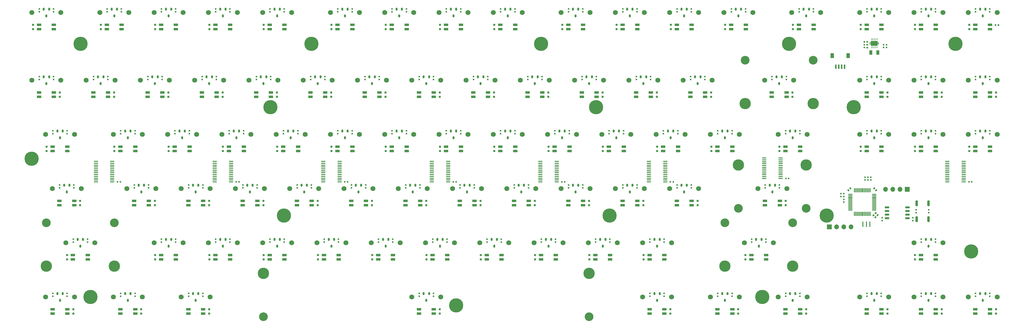
<source format=gbr>
%TF.GenerationSoftware,KiCad,Pcbnew,8.0.6*%
%TF.CreationDate,2025-04-02T20:39:07+07:00*%
%TF.ProjectId,Zellia80,5a656c6c-6961-4383-902e-6b696361645f,rev?*%
%TF.SameCoordinates,Original*%
%TF.FileFunction,Soldermask,Bot*%
%TF.FilePolarity,Negative*%
%FSLAX46Y46*%
G04 Gerber Fmt 4.6, Leading zero omitted, Abs format (unit mm)*
G04 Created by KiCad (PCBNEW 8.0.6) date 2025-04-02 20:39:07*
%MOMM*%
%LPD*%
G01*
G04 APERTURE LIST*
G04 Aperture macros list*
%AMRoundRect*
0 Rectangle with rounded corners*
0 $1 Rounding radius*
0 $2 $3 $4 $5 $6 $7 $8 $9 X,Y pos of 4 corners*
0 Add a 4 corners polygon primitive as box body*
4,1,4,$2,$3,$4,$5,$6,$7,$8,$9,$2,$3,0*
0 Add four circle primitives for the rounded corners*
1,1,$1+$1,$2,$3*
1,1,$1+$1,$4,$5*
1,1,$1+$1,$6,$7*
1,1,$1+$1,$8,$9*
0 Add four rect primitives between the rounded corners*
20,1,$1+$1,$2,$3,$4,$5,0*
20,1,$1+$1,$4,$5,$6,$7,0*
20,1,$1+$1,$6,$7,$8,$9,0*
20,1,$1+$1,$8,$9,$2,$3,0*%
%AMRotRect*
0 Rectangle, with rotation*
0 The origin of the aperture is its center*
0 $1 length*
0 $2 width*
0 $3 Rotation angle, in degrees counterclockwise*
0 Add horizontal line*
21,1,$1,$2,0,0,$3*%
%AMFreePoly0*
4,1,21,-0.125000,1.200000,0.125000,1.200000,0.125000,1.700000,0.375000,1.700000,0.375000,1.200000,0.825000,1.200000,0.825000,-1.200000,0.375000,-1.200000,0.375000,-1.700000,0.125000,-1.700000,0.125000,-1.200000,-0.125000,-1.200000,-0.125000,-1.700000,-0.375000,-1.700000,-0.375000,-1.200000,-0.825000,-1.200000,-0.825000,1.200000,-0.375000,1.200000,-0.375000,1.700000,-0.125000,1.700000,
-0.125000,1.200000,-0.125000,1.200000,$1*%
G04 Aperture macros list end*
%ADD10RoundRect,0.082000X0.718000X-0.328000X0.718000X0.328000X-0.718000X0.328000X-0.718000X-0.328000X0*%
%ADD11RoundRect,0.082000X-0.718000X0.328000X-0.718000X-0.328000X0.718000X-0.328000X0.718000X0.328000X0*%
%ADD12C,0.800000*%
%ADD13C,5.000000*%
%ADD14O,1.700000X1.700000*%
%ADD15R,1.700000X1.700000*%
%ADD16R,0.620000X0.560000*%
%ADD17R,0.560000X0.620000*%
%ADD18RoundRect,0.150000X-0.150000X0.350000X-0.150000X-0.350000X0.150000X-0.350000X0.150000X0.350000X0*%
%ADD19C,1.750000*%
%ADD20R,0.750000X0.800000*%
%ADD21RotRect,0.560000X0.620000X135.000000*%
%ADD22R,0.600000X1.550000*%
%ADD23R,1.200000X1.800000*%
%ADD24RoundRect,0.075000X0.662500X-0.075000X0.662500X0.075000X-0.662500X0.075000X-0.662500X-0.075000X0*%
%ADD25RoundRect,0.075000X0.075000X-0.662500X0.075000X0.662500X-0.075000X0.662500X-0.075000X-0.662500X0*%
%ADD26RotRect,0.560000X0.620000X225.000000*%
%ADD27RoundRect,0.100000X-0.637500X-0.100000X0.637500X-0.100000X0.637500X0.100000X-0.637500X0.100000X0*%
%ADD28C,3.048000*%
%ADD29C,3.987800*%
%ADD30RoundRect,0.135000X0.135000X0.185000X-0.135000X0.185000X-0.135000X-0.185000X0.135000X-0.185000X0*%
%ADD31FreePoly0,90.000000*%
%ADD32RoundRect,0.060000X0.060000X-0.240000X0.060000X0.240000X-0.060000X0.240000X-0.060000X-0.240000X0*%
%ADD33RoundRect,0.135000X0.185000X-0.135000X0.185000X0.135000X-0.185000X0.135000X-0.185000X-0.135000X0*%
%ADD34RotRect,0.560000X0.620000X315.000000*%
%ADD35RoundRect,0.200000X0.200000X0.800000X-0.200000X0.800000X-0.200000X-0.800000X0.200000X-0.800000X0*%
%ADD36RoundRect,0.150000X-0.650000X-0.150000X0.650000X-0.150000X0.650000X0.150000X-0.650000X0.150000X0*%
%ADD37R,1.000000X1.500000*%
%ADD38R,0.400000X1.900000*%
%ADD39RoundRect,0.140000X-0.140000X-0.170000X0.140000X-0.170000X0.140000X0.170000X-0.140000X0.170000X0*%
G04 APERTURE END LIST*
D10*
%TO.C,RGBF5*%
X78800000Y-29642500D03*
X78800000Y-28142500D03*
X73600000Y-28142500D03*
X73600000Y-29642500D03*
%TD*%
%TO.C,RGBF13*%
X231200000Y-29642500D03*
X231200000Y-28142500D03*
X226000000Y-28142500D03*
X226000000Y-29642500D03*
%TD*%
D11*
%TO.C,RGB16*%
X-2600000Y-4329999D03*
X-2600000Y-5829999D03*
X2600000Y-5829999D03*
X2600000Y-4329999D03*
%TD*%
%TO.C,RGB34*%
X326012500Y-47192499D03*
X326012500Y-48692499D03*
X331212500Y-48692499D03*
X331212500Y-47192499D03*
%TD*%
D10*
%TO.C,RGBF7*%
X116900000Y-29642500D03*
X116900000Y-28142500D03*
X111700000Y-28142500D03*
X111700000Y-29642500D03*
%TD*%
%TO.C,RGBF24*%
X131187500Y-67742500D03*
X131187500Y-66242500D03*
X125987500Y-66242500D03*
X125987500Y-67742500D03*
%TD*%
D11*
%TO.C,RGB48*%
X9306250Y-85292499D03*
X9306250Y-86792499D03*
X14506250Y-86792499D03*
X14506250Y-85292499D03*
%TD*%
%TO.C,RGB21*%
X102175000Y-47192499D03*
X102175000Y-48692499D03*
X107375000Y-48692499D03*
X107375000Y-47192499D03*
%TD*%
%TO.C,RGB28*%
X197425000Y-47192499D03*
X197425000Y-48692499D03*
X202625000Y-48692499D03*
X202625000Y-47192499D03*
%TD*%
%TO.C,RGB42*%
X135512500Y-85292499D03*
X135512500Y-86792499D03*
X140712500Y-86792499D03*
X140712500Y-85292499D03*
%TD*%
%TO.C,RGB31*%
X259337500Y-47192499D03*
X259337500Y-48692499D03*
X264537500Y-48692499D03*
X264537500Y-47192499D03*
%TD*%
D10*
%TO.C,RGBF33*%
X331212500Y-105842500D03*
X331212500Y-104342500D03*
X326012500Y-104342500D03*
X326012500Y-105842500D03*
%TD*%
%TO.C,RGBF34*%
X216912500Y-105842500D03*
X216912500Y-104342500D03*
X211712500Y-104342500D03*
X211712500Y-105842500D03*
%TD*%
D11*
%TO.C,RGB37*%
X247431250Y-85292499D03*
X247431250Y-86792499D03*
X252631250Y-86792499D03*
X252631250Y-85292499D03*
%TD*%
D12*
%TO.C,H16*%
X275718750Y-71437500D03*
X275169575Y-72763325D03*
X275169575Y-70111675D03*
X273843750Y-73312500D03*
D13*
X273843750Y-71437500D03*
D12*
X273843750Y-69562500D03*
X272517925Y-72763325D03*
X272517925Y-70111675D03*
X271968750Y-71437500D03*
%TD*%
%TO.C,H13*%
X320962122Y-11000010D03*
X320412947Y-12325835D03*
X320412947Y-9674185D03*
X319087122Y-12875010D03*
D13*
X319087122Y-11000010D03*
D12*
X319087122Y-9125010D03*
X317761297Y-12325835D03*
X317761297Y-9674185D03*
X317212122Y-11000010D03*
%TD*%
%TO.C,H14*%
X17352747Y-100012510D03*
X16803572Y-101338335D03*
X16803572Y-98686685D03*
X15477747Y-101887510D03*
D13*
X15477747Y-100012510D03*
D12*
X15477747Y-98137510D03*
X14151922Y-101338335D03*
X14151922Y-98686685D03*
X13602747Y-100012510D03*
%TD*%
D10*
%TO.C,RGBF32*%
X312162500Y-105842500D03*
X312162500Y-104342500D03*
X306962500Y-104342500D03*
X306962500Y-105842500D03*
%TD*%
D11*
%TO.C,RGB15*%
X102175000Y-4329999D03*
X102175000Y-5829999D03*
X107375000Y-5829999D03*
X107375000Y-4329999D03*
%TD*%
D10*
%TO.C,RGBF26*%
X169287500Y-67742500D03*
X169287500Y-66242500D03*
X164087500Y-66242500D03*
X164087500Y-67742500D03*
%TD*%
D12*
%TO.C,H11*%
X194756250Y-33337500D03*
X194207075Y-34663325D03*
X194207075Y-32011675D03*
X192881250Y-35212500D03*
D13*
X192881250Y-33337500D03*
D12*
X192881250Y-31462500D03*
X191555425Y-34663325D03*
X191555425Y-32011675D03*
X191006250Y-33337500D03*
%TD*%
D11*
%TO.C,RGB23*%
X140275000Y-47192499D03*
X140275000Y-48692499D03*
X145475000Y-48692499D03*
X145475000Y-47192499D03*
%TD*%
%TO.C,RGB47*%
X40262500Y-85292499D03*
X40262500Y-86792499D03*
X45462500Y-86792499D03*
X45462500Y-85292499D03*
%TD*%
D10*
%TO.C,RGBF4*%
X59750000Y-29642500D03*
X59750000Y-28142500D03*
X54550000Y-28142500D03*
X54550000Y-29642500D03*
%TD*%
D11*
%TO.C,RGB36*%
X25975000Y-47192499D03*
X25975000Y-48692499D03*
X31175000Y-48692499D03*
X31175000Y-47192499D03*
%TD*%
D12*
%TO.C,H5*%
X175487244Y-11000010D03*
X174938069Y-12325835D03*
X174938069Y-9674185D03*
X173612244Y-12875010D03*
D13*
X173612244Y-11000010D03*
D12*
X173612244Y-9125010D03*
X172286419Y-12325835D03*
X172286419Y-9674185D03*
X171737244Y-11000010D03*
%TD*%
D11*
%TO.C,RGB14*%
X78362500Y-4329999D03*
X78362500Y-5829999D03*
X83562500Y-5829999D03*
X83562500Y-4329999D03*
%TD*%
D14*
%TO.C,J3*%
X282373078Y-75409402D03*
X279833078Y-75409402D03*
X277293078Y-75409402D03*
D15*
X274753078Y-75409402D03*
%TD*%
D10*
%TO.C,RGBF11*%
X193100000Y-29642500D03*
X193100000Y-28142500D03*
X187900000Y-28142500D03*
X187900000Y-29642500D03*
%TD*%
%TO.C,RGBF23*%
X112137500Y-67742500D03*
X112137500Y-66242500D03*
X106937500Y-66242500D03*
X106937500Y-67742500D03*
%TD*%
%TO.C,RGBF39*%
X54987500Y-105842500D03*
X54987500Y-104342500D03*
X49787500Y-104342500D03*
X49787500Y-105842500D03*
%TD*%
%TO.C,RGBF27*%
X188337500Y-67742500D03*
X188337500Y-66242500D03*
X183137500Y-66242500D03*
X183137500Y-67742500D03*
%TD*%
%TO.C,RGBF2*%
X21650000Y-29642500D03*
X21650000Y-28142500D03*
X16450000Y-28142500D03*
X16450000Y-29642500D03*
%TD*%
D11*
%TO.C,RGB40*%
X173612500Y-85292499D03*
X173612500Y-86792499D03*
X178812500Y-86792499D03*
X178812500Y-85292499D03*
%TD*%
%TO.C,RGB41*%
X154562500Y-85292499D03*
X154562500Y-86792499D03*
X159762500Y-86792499D03*
X159762500Y-85292499D03*
%TD*%
D10*
%TO.C,RGBF38*%
X31175000Y-105842500D03*
X31175000Y-104342500D03*
X25975000Y-104342500D03*
X25975000Y-105842500D03*
%TD*%
D11*
%TO.C,RGB29*%
X216475000Y-47192499D03*
X216475000Y-48692499D03*
X221675000Y-48692499D03*
X221675000Y-47192499D03*
%TD*%
D10*
%TO.C,RGBF12*%
X212150000Y-29642500D03*
X212150000Y-28142500D03*
X206950000Y-28142500D03*
X206950000Y-29642500D03*
%TD*%
D11*
%TO.C,RGB24*%
X159325000Y-47192499D03*
X159325000Y-48692499D03*
X164525000Y-48692499D03*
X164525000Y-47192499D03*
%TD*%
%TO.C,RGB39*%
X192662500Y-85292499D03*
X192662500Y-86792499D03*
X197862500Y-86792499D03*
X197862500Y-85292499D03*
%TD*%
D12*
%TO.C,H4*%
X-3362878Y-51387510D03*
X-3912053Y-52713335D03*
X-3912053Y-50061685D03*
X-5237878Y-53262510D03*
D13*
X-5237878Y-51387510D03*
D12*
X-5237878Y-49512510D03*
X-6563703Y-52713335D03*
X-6563703Y-50061685D03*
X-7112878Y-51387510D03*
%TD*%
D14*
%TO.C,J4*%
X294475293Y-62175020D03*
X297015293Y-62175020D03*
X299555293Y-62175020D03*
D15*
X302095293Y-62175020D03*
%TD*%
D10*
%TO.C,RGBF14*%
X259775000Y-29642500D03*
X259775000Y-28142500D03*
X254575000Y-28142500D03*
X254575000Y-29642500D03*
%TD*%
D11*
%TO.C,RGB32*%
X287912500Y-47192499D03*
X287912500Y-48692499D03*
X293112500Y-48692499D03*
X293112500Y-47192499D03*
%TD*%
D10*
%TO.C,RGBF19*%
X35937500Y-67742500D03*
X35937500Y-66242500D03*
X30737500Y-66242500D03*
X30737500Y-67742500D03*
%TD*%
D11*
%TO.C,RGB12*%
X40262500Y-4329999D03*
X40262500Y-5829999D03*
X45462500Y-5829999D03*
X45462500Y-4329999D03*
%TD*%
D10*
%TO.C,RGBF20*%
X54987500Y-67742500D03*
X54987500Y-66242500D03*
X49787500Y-66242500D03*
X49787500Y-67742500D03*
%TD*%
D11*
%TO.C,RGB1*%
X326012500Y-4329999D03*
X326012500Y-5829999D03*
X331212500Y-5829999D03*
X331212500Y-4329999D03*
%TD*%
%TO.C,RGB17*%
X21212500Y-4329999D03*
X21212500Y-5829999D03*
X26412500Y-5829999D03*
X26412500Y-4329999D03*
%TD*%
D12*
%TO.C,H10*%
X285243750Y-33337500D03*
X284694575Y-34663325D03*
X284694575Y-32011675D03*
X283368750Y-35212500D03*
D13*
X283368750Y-33337500D03*
D12*
X283368750Y-31462500D03*
X282042925Y-34663325D03*
X282042925Y-32011675D03*
X281493750Y-33337500D03*
%TD*%
%TO.C,H1*%
X94874244Y-11000010D03*
X94325069Y-12325835D03*
X94325069Y-9674185D03*
X92999244Y-12875010D03*
D13*
X92999244Y-11000010D03*
D12*
X92999244Y-9125010D03*
X91673419Y-12325835D03*
X91673419Y-9674185D03*
X91124244Y-11000010D03*
%TD*%
D10*
%TO.C,RGBF21*%
X74037500Y-67742500D03*
X74037500Y-66242500D03*
X68837500Y-66242500D03*
X68837500Y-67742500D03*
%TD*%
D12*
%TO.C,H18*%
X199518750Y-71437500D03*
X198969575Y-72763325D03*
X198969575Y-70111675D03*
X197643750Y-73312500D03*
D13*
X197643750Y-71437500D03*
D12*
X197643750Y-69562500D03*
X196317925Y-72763325D03*
X196317925Y-70111675D03*
X195768750Y-71437500D03*
%TD*%
D10*
%TO.C,RGBF28*%
X207387500Y-67742500D03*
X207387500Y-66242500D03*
X202187500Y-66242500D03*
X202187500Y-67742500D03*
%TD*%
D11*
%TO.C,RGB20*%
X83125000Y-47192499D03*
X83125000Y-48692499D03*
X88325000Y-48692499D03*
X88325000Y-47192499D03*
%TD*%
%TO.C,RGB7*%
X240287500Y-4329999D03*
X240287500Y-5829999D03*
X245487500Y-5829999D03*
X245487500Y-4329999D03*
%TD*%
D10*
%TO.C,RGBF37*%
X7362500Y-105842500D03*
X7362500Y-104342500D03*
X2162500Y-104342500D03*
X2162500Y-105842500D03*
%TD*%
D11*
%TO.C,RGB38*%
X211712500Y-85292499D03*
X211712500Y-86792499D03*
X216912500Y-86792499D03*
X216912500Y-85292499D03*
%TD*%
%TO.C,RGB52*%
X306962500Y-85292499D03*
X306962500Y-86792499D03*
X312162500Y-86792499D03*
X312162500Y-85292499D03*
%TD*%
D10*
%TO.C,RGBF9*%
X155000000Y-29642500D03*
X155000000Y-28142500D03*
X149800000Y-28142500D03*
X149800000Y-29642500D03*
%TD*%
%TO.C,RGBF30*%
X257393750Y-67742500D03*
X257393750Y-66242500D03*
X252193750Y-66242500D03*
X252193750Y-67742500D03*
%TD*%
%TO.C,RGBF36*%
X264537500Y-105842500D03*
X264537500Y-104342500D03*
X259337500Y-104342500D03*
X259337500Y-105842500D03*
%TD*%
D11*
%TO.C,RGB6*%
X221237500Y-4329999D03*
X221237500Y-5829999D03*
X226437500Y-5829999D03*
X226437500Y-4329999D03*
%TD*%
%TO.C,RGB11*%
X183137500Y-4329999D03*
X183137500Y-5829999D03*
X188337500Y-5829999D03*
X188337500Y-4329999D03*
%TD*%
%TO.C,RGB33*%
X306962500Y-47192499D03*
X306962500Y-48692499D03*
X312162500Y-48692499D03*
X312162500Y-47192499D03*
%TD*%
%TO.C,RGB10*%
X159325000Y-4329999D03*
X159325000Y-5829999D03*
X164525000Y-5829999D03*
X164525000Y-4329999D03*
%TD*%
D10*
%TO.C,RGBF35*%
X240725000Y-105842500D03*
X240725000Y-104342500D03*
X235525000Y-104342500D03*
X235525000Y-105842500D03*
%TD*%
%TO.C,RGBF16*%
X312162500Y-29642500D03*
X312162500Y-28142500D03*
X306962500Y-28142500D03*
X306962500Y-29642500D03*
%TD*%
D11*
%TO.C,RGB45*%
X78362500Y-85292499D03*
X78362500Y-86792499D03*
X83562500Y-86792499D03*
X83562500Y-85292499D03*
%TD*%
%TO.C,RGB5*%
X202187500Y-4329999D03*
X202187500Y-5829999D03*
X207387500Y-5829999D03*
X207387500Y-4329999D03*
%TD*%
D12*
%TO.C,H12*%
X13874244Y-11000010D03*
X13325069Y-12325835D03*
X13325069Y-9674185D03*
X11999244Y-12875010D03*
D13*
X11999244Y-11000010D03*
D12*
X11999244Y-9125010D03*
X10673419Y-12325835D03*
X10673419Y-9674185D03*
X10124244Y-11000010D03*
%TD*%
D10*
%TO.C,RGBF18*%
X9743750Y-67742500D03*
X9743750Y-66242500D03*
X4543750Y-66242500D03*
X4543750Y-67742500D03*
%TD*%
D12*
%TO.C,H17*%
X80456250Y-33337500D03*
X79907075Y-34663325D03*
X79907075Y-32011675D03*
X78581250Y-35212500D03*
D13*
X78581250Y-33337500D03*
D12*
X78581250Y-31462500D03*
X77255425Y-34663325D03*
X77255425Y-32011675D03*
X76706250Y-33337500D03*
%TD*%
D11*
%TO.C,RGB3*%
X287912500Y-4329999D03*
X287912500Y-5829999D03*
X293112500Y-5829999D03*
X293112500Y-4329999D03*
%TD*%
D12*
%TO.C,H2*%
X262487244Y-11000010D03*
X261938069Y-12325835D03*
X261938069Y-9674185D03*
X260612244Y-12875010D03*
D13*
X260612244Y-11000010D03*
D12*
X260612244Y-9125010D03*
X259286419Y-12325835D03*
X259286419Y-9674185D03*
X258737244Y-11000010D03*
%TD*%
D10*
%TO.C,RGBF8*%
X135950000Y-29642500D03*
X135950000Y-28142500D03*
X130750000Y-28142500D03*
X130750000Y-29642500D03*
%TD*%
D11*
%TO.C,RGB30*%
X235525000Y-47192499D03*
X235525000Y-48692499D03*
X240725000Y-48692499D03*
X240725000Y-47192499D03*
%TD*%
%TO.C,RGB4*%
X264100000Y-4329999D03*
X264100000Y-5829999D03*
X269300000Y-5829999D03*
X269300000Y-4329999D03*
%TD*%
%TO.C,RGB35*%
X2162500Y-47192499D03*
X2162500Y-48692499D03*
X7362500Y-48692499D03*
X7362500Y-47192499D03*
%TD*%
D10*
%TO.C,RGBF6*%
X97850000Y-29642500D03*
X97850000Y-28142500D03*
X92650000Y-28142500D03*
X92650000Y-29642500D03*
%TD*%
D11*
%TO.C,RGB44*%
X97412500Y-85292499D03*
X97412500Y-86792499D03*
X102612500Y-86792499D03*
X102612500Y-85292499D03*
%TD*%
D12*
%TO.C,H3*%
X85218750Y-71437500D03*
X84669575Y-72763325D03*
X84669575Y-70111675D03*
X83343750Y-73312500D03*
D13*
X83343750Y-71437500D03*
D12*
X83343750Y-69562500D03*
X82017925Y-72763325D03*
X82017925Y-70111675D03*
X81468750Y-71437500D03*
%TD*%
D10*
%TO.C,RGBF15*%
X293112500Y-29642500D03*
X293112500Y-28142500D03*
X287912500Y-28142500D03*
X287912500Y-29642500D03*
%TD*%
%TO.C,RGBF40*%
X135950000Y-105842500D03*
X135950000Y-104342500D03*
X130750000Y-104342500D03*
X130750000Y-105842500D03*
%TD*%
%TO.C,RGBF25*%
X150237500Y-67742500D03*
X150237500Y-66242500D03*
X145037500Y-66242500D03*
X145037500Y-67742500D03*
%TD*%
D11*
%TO.C,RGB46*%
X59312500Y-85292499D03*
X59312500Y-86792499D03*
X64512500Y-86792499D03*
X64512500Y-85292499D03*
%TD*%
%TO.C,RGB18*%
X45025000Y-47192499D03*
X45025000Y-48692499D03*
X50225000Y-48692499D03*
X50225000Y-47192499D03*
%TD*%
D10*
%TO.C,RGBF3*%
X40700000Y-29642500D03*
X40700000Y-28142500D03*
X35500000Y-28142500D03*
X35500000Y-29642500D03*
%TD*%
D12*
%TO.C,H15*%
X253096497Y-100012510D03*
X252547322Y-101338335D03*
X252547322Y-98686685D03*
X251221497Y-101887510D03*
D13*
X251221497Y-100012510D03*
D12*
X251221497Y-98137510D03*
X249895672Y-101338335D03*
X249895672Y-98686685D03*
X249346497Y-100012510D03*
%TD*%
D11*
%TO.C,RGB25*%
X178375000Y-47192499D03*
X178375000Y-48692499D03*
X183575000Y-48692499D03*
X183575000Y-47192499D03*
%TD*%
%TO.C,RGB2*%
X306962500Y-4329999D03*
X306962500Y-5829999D03*
X312162500Y-5829999D03*
X312162500Y-4329999D03*
%TD*%
D12*
%TO.C,H8*%
X326487244Y-84012520D03*
X325938069Y-85338345D03*
X325938069Y-82686695D03*
X324612244Y-85887520D03*
D13*
X324612244Y-84012520D03*
D12*
X324612244Y-82137520D03*
X323286419Y-85338345D03*
X323286419Y-82686695D03*
X322737244Y-84012520D03*
%TD*%
D11*
%TO.C,RGB8*%
X121225000Y-4329999D03*
X121225000Y-5829999D03*
X126425000Y-5829999D03*
X126425000Y-4329999D03*
%TD*%
%TO.C,RGB9*%
X140275000Y-4329999D03*
X140275000Y-5829999D03*
X145475000Y-5829999D03*
X145475000Y-4329999D03*
%TD*%
%TO.C,RGB43*%
X116462500Y-85292499D03*
X116462500Y-86792499D03*
X121662500Y-86792499D03*
X121662500Y-85292499D03*
%TD*%
D10*
%TO.C,RGBF1*%
X2600000Y-29642500D03*
X2600000Y-28142500D03*
X-2600000Y-28142500D03*
X-2600000Y-29642500D03*
%TD*%
%TO.C,RGBF22*%
X93087500Y-67742500D03*
X93087500Y-66242500D03*
X87887500Y-66242500D03*
X87887500Y-67742500D03*
%TD*%
D12*
%TO.C,H7*%
X145725000Y-103012500D03*
X145175825Y-104338325D03*
X145175825Y-101686675D03*
X143850000Y-104887500D03*
D13*
X143850000Y-103012500D03*
D12*
X143850000Y-101137500D03*
X142524175Y-104338325D03*
X142524175Y-101686675D03*
X141975000Y-103012500D03*
%TD*%
D11*
%TO.C,RGB13*%
X59312500Y-4329999D03*
X59312500Y-5829999D03*
X64512500Y-5829999D03*
X64512500Y-4329999D03*
%TD*%
%TO.C,RGB19*%
X64075000Y-47192499D03*
X64075000Y-48692499D03*
X69275000Y-48692499D03*
X69275000Y-47192499D03*
%TD*%
D10*
%TO.C,RGBF17*%
X331212500Y-29642500D03*
X331212500Y-28142500D03*
X326012500Y-28142500D03*
X326012500Y-29642500D03*
%TD*%
%TO.C,RGBF29*%
X226437500Y-67742500D03*
X226437500Y-66242500D03*
X221237500Y-66242500D03*
X221237500Y-67742500D03*
%TD*%
D11*
%TO.C,RGB22*%
X121225000Y-47192499D03*
X121225000Y-48692499D03*
X126425000Y-48692499D03*
X126425000Y-47192499D03*
%TD*%
D10*
%TO.C,RGBF31*%
X293112500Y-105842500D03*
X293112500Y-104342500D03*
X287912500Y-104342500D03*
X287912500Y-105842500D03*
%TD*%
%TO.C,RGBF10*%
X174050000Y-29642500D03*
X174050000Y-28142500D03*
X168850000Y-28142500D03*
X168850000Y-29642500D03*
%TD*%
D16*
%TO.C,C33*%
X35600000Y-23542500D03*
X35600000Y-22582500D03*
%TD*%
%TO.C,C73*%
X159662500Y-80692500D03*
X159662500Y-79732500D03*
%TD*%
%TO.C,C1*%
X2500000Y270000D03*
X2500000Y1230000D03*
%TD*%
%TO.C,C160*%
X259437500Y-99742500D03*
X259437500Y-98782500D03*
%TD*%
%TO.C,C60*%
X150137500Y-61642500D03*
X150137500Y-60682500D03*
%TD*%
D17*
%TO.C,C109*%
X181892500Y-59534375D03*
X180932500Y-59534375D03*
%TD*%
D16*
%TO.C,C195*%
X264200000Y270000D03*
X264200000Y1230000D03*
%TD*%
%TO.C,C152*%
X312062500Y270000D03*
X312062500Y1230000D03*
%TD*%
D18*
%TO.C,U25*%
X43812500Y-79807500D03*
X42862500Y-82157500D03*
X41912500Y-79807500D03*
D19*
X37782501Y-80962500D03*
X47942499Y-80962500D03*
%TD*%
D16*
%TO.C,C22*%
X21550000Y-23542500D03*
X21550000Y-22582500D03*
%TD*%
D20*
%TO.C,C9*%
X19112501Y-5829999D03*
X19112501Y-4329999D03*
%TD*%
D18*
%TO.C,U23*%
X48575000Y-41707500D03*
X47625000Y-44057500D03*
X46675000Y-41707500D03*
D19*
X42545001Y-42862500D03*
X52704999Y-42862500D03*
%TD*%
D20*
%TO.C,C218*%
X23749999Y-28142500D03*
X23749999Y-29642500D03*
%TD*%
D16*
%TO.C,C125*%
X126087500Y-61642500D03*
X126087500Y-60682500D03*
%TD*%
D20*
%TO.C,C238*%
X81025001Y-48692499D03*
X81025001Y-47192499D03*
%TD*%
D16*
%TO.C,C23*%
X31075000Y-42592500D03*
X31075000Y-41632500D03*
%TD*%
D20*
%TO.C,C248*%
X11843749Y-66242500D03*
X11843749Y-67742500D03*
%TD*%
D16*
%TO.C,R14*%
X293345293Y-73155020D03*
X293345293Y-72195020D03*
%TD*%
%TO.C,C108*%
X293012500Y270000D03*
X293012500Y1230000D03*
%TD*%
D20*
%TO.C,C8*%
X-4699999Y-5829999D03*
X-4699999Y-4329999D03*
%TD*%
D21*
%TO.C,C199*%
X291184704Y-62514431D03*
X290505882Y-61835609D03*
%TD*%
D18*
%TO.C,U96*%
X329562500Y-98857500D03*
X328612500Y-101207500D03*
X327662500Y-98857500D03*
D19*
X323532501Y-100012500D03*
X333692499Y-100012500D03*
%TD*%
D18*
%TO.C,U26*%
X124775000Y1155000D03*
X123825000Y-1195000D03*
X122875000Y1155000D03*
D19*
X118745001Y0D03*
X128904999Y0D03*
%TD*%
D18*
%TO.C,U27*%
X143825000Y1155000D03*
X142875000Y-1195000D03*
X141925000Y1155000D03*
D19*
X137795001Y0D03*
X147954999Y0D03*
%TD*%
D22*
%TO.C,J2*%
X280106250Y-19062500D03*
X279106250Y-19062500D03*
X278106250Y-19062500D03*
X277106250Y-19062500D03*
D23*
X281406250Y-15187500D03*
X275806250Y-15187500D03*
%TD*%
D16*
%TO.C,C18*%
X9643750Y-61642500D03*
X9643750Y-60682500D03*
%TD*%
D20*
%TO.C,C284*%
X314262499Y-104342500D03*
X314262499Y-105842500D03*
%TD*%
D16*
%TO.C,C2*%
X26312500Y270000D03*
X26312500Y1230000D03*
%TD*%
D20*
%TO.C,C205*%
X119125001Y-5829999D03*
X119125001Y-4329999D03*
%TD*%
D16*
%TO.C,C123*%
X164187500Y-61642500D03*
X164187500Y-60682500D03*
%TD*%
%TO.C,C17*%
X7262500Y-42592500D03*
X7262500Y-41632500D03*
%TD*%
D20*
%TO.C,C273*%
X190562501Y-86792499D03*
X190562501Y-85292499D03*
%TD*%
%TO.C,C280*%
X219012499Y-104342500D03*
X219012499Y-105842500D03*
%TD*%
D18*
%TO.C,U30*%
X72387500Y-60757500D03*
X71437500Y-63107500D03*
X70487500Y-60757500D03*
D19*
X66357501Y-61912500D03*
X76517499Y-61912500D03*
%TD*%
D16*
%TO.C,C105*%
X178475000Y-42592500D03*
X178475000Y-41632500D03*
%TD*%
D20*
%TO.C,C266*%
X57212501Y-86792499D03*
X57212501Y-85292499D03*
%TD*%
%TO.C,C254*%
X76137499Y-66242500D03*
X76137499Y-67742500D03*
%TD*%
D18*
%TO.C,U38*%
X186687500Y1155000D03*
X185737500Y-1195000D03*
X184787500Y1155000D03*
D19*
X180657501Y0D03*
X190817499Y0D03*
%TD*%
D16*
%TO.C,C99*%
X121325000Y-42592500D03*
X121325000Y-41632500D03*
%TD*%
%TO.C,C122*%
X49887500Y-61642500D03*
X49887500Y-60682500D03*
%TD*%
%TO.C,C20*%
X294812499Y-11362500D03*
X294812499Y-12322500D03*
%TD*%
%TO.C,C71*%
X183475000Y-42592500D03*
X183475000Y-41632500D03*
%TD*%
%TO.C,C179*%
X307062500Y-80692500D03*
X307062500Y-79732500D03*
%TD*%
%TO.C,C81*%
X207287500Y270000D03*
X207287500Y1230000D03*
%TD*%
%TO.C,C151*%
X293012500Y-99742500D03*
X293012500Y-98782500D03*
%TD*%
D18*
%TO.C,U66*%
X186687500Y-60757500D03*
X185737500Y-63107500D03*
X184787500Y-60757500D03*
D19*
X180657501Y-61912500D03*
X190817499Y-61912500D03*
%TD*%
D16*
%TO.C,C44*%
X92750000Y-23542500D03*
X92750000Y-22582500D03*
%TD*%
%TO.C,C19*%
X14406250Y-80692500D03*
X14406250Y-79732500D03*
%TD*%
%TO.C,C98*%
X269200000Y270000D03*
X269200000Y1230000D03*
%TD*%
D18*
%TO.C,U13*%
X62862500Y1155000D03*
X61912500Y-1195000D03*
X60962500Y1155000D03*
D19*
X56832501Y0D03*
X66992499Y0D03*
%TD*%
D16*
%TO.C,C24*%
X35837500Y-61642500D03*
X35837500Y-60682500D03*
%TD*%
D18*
%TO.C,U20*%
X105725000Y1155000D03*
X104775000Y-1195000D03*
X103825000Y1155000D03*
D19*
X99695001Y0D03*
X109854999Y0D03*
%TD*%
D18*
%TO.C,U72*%
X205737500Y-60757500D03*
X204787500Y-63107500D03*
X203837500Y-60757500D03*
D19*
X199707501Y-61912500D03*
X209867499Y-61912500D03*
%TD*%
D24*
%TO.C,U101*%
X290507793Y-69425020D03*
X290507793Y-68925020D03*
X290507793Y-68425020D03*
X290507793Y-67925020D03*
X290507793Y-67425020D03*
X290507793Y-66925020D03*
X290507793Y-66425020D03*
X290507793Y-65925020D03*
X290507793Y-65425020D03*
X290507793Y-64925020D03*
X290507793Y-64425020D03*
X290507793Y-63925020D03*
D25*
X289095293Y-62512520D03*
X288595293Y-62512520D03*
X288095293Y-62512520D03*
X287595293Y-62512520D03*
X287095293Y-62512520D03*
X286595293Y-62512520D03*
X286095293Y-62512520D03*
X285595293Y-62512520D03*
X285095293Y-62512520D03*
X284595293Y-62512520D03*
X284095293Y-62512520D03*
X283595293Y-62512520D03*
D24*
X282182793Y-63925020D03*
X282182793Y-64425020D03*
X282182793Y-64925020D03*
X282182793Y-65425020D03*
X282182793Y-65925020D03*
X282182793Y-66425020D03*
X282182793Y-66925020D03*
X282182793Y-67425020D03*
X282182793Y-67925020D03*
X282182793Y-68425020D03*
X282182793Y-68925020D03*
X282182793Y-69425020D03*
D25*
X283595293Y-70837520D03*
X284095293Y-70837520D03*
X284595293Y-70837520D03*
X285095293Y-70837520D03*
X285595293Y-70837520D03*
X286095293Y-70837520D03*
X286595293Y-70837520D03*
X287095293Y-70837520D03*
X287595293Y-70837520D03*
X288095293Y-70837520D03*
X288595293Y-70837520D03*
X289095293Y-70837520D03*
%TD*%
D16*
%TO.C,C117*%
X2262500Y-42592500D03*
X2262500Y-41632500D03*
%TD*%
%TO.C,C30*%
X54887500Y-61642500D03*
X54887500Y-60682500D03*
%TD*%
D18*
%TO.C,U79*%
X215262500Y-79807500D03*
X214312500Y-82157500D03*
X213362500Y-79807500D03*
D19*
X209232501Y-80962500D03*
X219392499Y-80962500D03*
%TD*%
D16*
%TO.C,C128*%
X68937500Y-61642500D03*
X68937500Y-60682500D03*
%TD*%
D18*
%TO.C,U44*%
X224787500Y1155000D03*
X223837500Y-1195000D03*
X222887500Y1155000D03*
D19*
X218757501Y0D03*
X228917499Y0D03*
%TD*%
D16*
%TO.C,C56*%
X254675000Y-23542500D03*
X254675000Y-22582500D03*
%TD*%
D20*
%TO.C,C274*%
X209612501Y-86792499D03*
X209612501Y-85292499D03*
%TD*%
D18*
%TO.C,U32*%
X162875000Y1155000D03*
X161925000Y-1195000D03*
X160975000Y1155000D03*
D19*
X156845001Y0D03*
X167004999Y0D03*
%TD*%
D18*
%TO.C,U9*%
X43812500Y1155000D03*
X42862500Y-1195000D03*
X41912500Y1155000D03*
D19*
X37782501Y0D03*
X47942499Y0D03*
%TD*%
D20*
%TO.C,C252*%
X38037499Y-66242500D03*
X38037499Y-67742500D03*
%TD*%
D16*
%TO.C,C35*%
X69175000Y-42592500D03*
X69175000Y-41632500D03*
%TD*%
%TO.C,C36*%
X73937500Y-61642500D03*
X73937500Y-60682500D03*
%TD*%
D18*
%TO.C,U55*%
X139062500Y-79807500D03*
X138112500Y-82157500D03*
X137162500Y-79807500D03*
D19*
X133032501Y-80962500D03*
X143192499Y-80962500D03*
%TD*%
D16*
%TO.C,C50*%
X145375000Y270000D03*
X145375000Y1230000D03*
%TD*%
%TO.C,C58*%
X135850000Y-23542500D03*
X135850000Y-22582500D03*
%TD*%
D26*
%TO.C,C200*%
X282184704Y-61835609D03*
X281505882Y-62514431D03*
%TD*%
D18*
%TO.C,U82*%
X229550000Y-22657500D03*
X228600000Y-25007500D03*
X227650000Y-22657500D03*
D19*
X223520001Y-23812500D03*
X233679999Y-23812500D03*
%TD*%
D20*
%TO.C,C277*%
X33274999Y-104342500D03*
X33274999Y-105842500D03*
%TD*%
%TO.C,C251*%
X323912501Y-48692499D03*
X323912501Y-47192499D03*
%TD*%
D16*
%TO.C,C173*%
X264437500Y-99742500D03*
X264437500Y-98782500D03*
%TD*%
D18*
%TO.C,U77*%
X220025000Y-41707500D03*
X219075000Y-44057500D03*
X218125000Y-41707500D03*
D19*
X213995001Y-42862500D03*
X224154999Y-42862500D03*
%TD*%
D20*
%TO.C,C224*%
X138049999Y-28142500D03*
X138049999Y-29642500D03*
%TD*%
D16*
%TO.C,C171*%
X54887500Y-99742500D03*
X54887500Y-98782500D03*
%TD*%
D20*
%TO.C,C220*%
X61849999Y-28142500D03*
X61849999Y-29642500D03*
%TD*%
D27*
%TO.C,U62*%
X173350000Y-59534375D03*
X173350000Y-58884375D03*
X173350000Y-58234375D03*
X173350000Y-57584375D03*
X173350000Y-56934375D03*
X173350000Y-56284375D03*
X173350000Y-55634375D03*
X173350000Y-54984375D03*
X173350000Y-54334375D03*
X173350000Y-53684375D03*
X173350000Y-53034375D03*
X173350000Y-52384375D03*
X179075000Y-52384375D03*
X179075000Y-53034375D03*
X179075000Y-53684375D03*
X179075000Y-54334375D03*
X179075000Y-54984375D03*
X179075000Y-55634375D03*
X179075000Y-56284375D03*
X179075000Y-56934375D03*
X179075000Y-57584375D03*
X179075000Y-58234375D03*
X179075000Y-58884375D03*
X179075000Y-59534375D03*
%TD*%
D16*
%TO.C,C129*%
X87987500Y-61642500D03*
X87987500Y-60682500D03*
%TD*%
D20*
%TO.C,C231*%
X62501Y-48692499D03*
X62501Y-47192499D03*
%TD*%
%TO.C,C245*%
X214375001Y-48692499D03*
X214375001Y-47192499D03*
%TD*%
D16*
%TO.C,C161*%
X331112500Y270000D03*
X331112500Y1230000D03*
%TD*%
%TO.C,C127*%
X30837500Y-61642500D03*
X30837500Y-60682500D03*
%TD*%
D20*
%TO.C,C221*%
X80899999Y-28142500D03*
X80899999Y-29642500D03*
%TD*%
D18*
%TO.C,U58*%
X153350000Y-22657500D03*
X152400000Y-25007500D03*
X151450000Y-22657500D03*
D19*
X147320001Y-23812500D03*
X157479999Y-23812500D03*
%TD*%
D20*
%TO.C,C276*%
X9462499Y-104342500D03*
X9462499Y-105842500D03*
%TD*%
D18*
%TO.C,U31*%
X62862500Y-79807500D03*
X61912500Y-82157500D03*
X60962500Y-79807500D03*
D19*
X56832501Y-80962500D03*
X66992499Y-80962500D03*
%TD*%
D16*
%TO.C,C181*%
X326112500Y-23542500D03*
X326112500Y-22582500D03*
%TD*%
D18*
%TO.C,U89*%
X262887500Y-41707500D03*
X261937500Y-44057500D03*
X260987500Y-41707500D03*
D19*
X256857500Y-42862500D03*
X267017500Y-42862500D03*
%TD*%
D16*
%TO.C,C162*%
X331112500Y-23542500D03*
X331112500Y-22582500D03*
%TD*%
D18*
%TO.C,U92*%
X239075000Y-98857500D03*
X238125000Y-101207500D03*
X237175000Y-98857500D03*
D19*
X233045001Y-100012500D03*
X243204999Y-100012500D03*
%TD*%
D18*
%TO.C,U37*%
X81912500Y-79807500D03*
X80962500Y-82157500D03*
X80012500Y-79807500D03*
D19*
X75882501Y-80962500D03*
X86042499Y-80962500D03*
%TD*%
D18*
%TO.C,U18*%
X34287500Y-60757500D03*
X33337500Y-63107500D03*
X32387500Y-60757500D03*
D19*
X28257501Y-61912500D03*
X38417499Y-61912500D03*
%TD*%
D27*
%TO.C,U69*%
X251931250Y-58343750D03*
X251931250Y-57693750D03*
X251931250Y-57043750D03*
X251931250Y-56393750D03*
X251931250Y-55743750D03*
X251931250Y-55093750D03*
X251931250Y-54443750D03*
X251931250Y-53793750D03*
X251931250Y-53143750D03*
X251931250Y-52493750D03*
X251931250Y-51843750D03*
X251931250Y-51193750D03*
X257656250Y-51193750D03*
X257656250Y-51843750D03*
X257656250Y-52493750D03*
X257656250Y-53143750D03*
X257656250Y-53793750D03*
X257656250Y-54443750D03*
X257656250Y-55093750D03*
X257656250Y-55743750D03*
X257656250Y-56393750D03*
X257656250Y-57043750D03*
X257656250Y-57693750D03*
X257656250Y-58343750D03*
%TD*%
D16*
%TO.C,C189*%
X140375000Y270000D03*
X140375000Y1230000D03*
%TD*%
%TO.C,C66*%
X169187500Y-61642500D03*
X169187500Y-60682500D03*
%TD*%
%TO.C,C141*%
X59412500Y-80692500D03*
X59412500Y-79732500D03*
%TD*%
D18*
%TO.C,U65*%
X181925000Y-41707500D03*
X180975000Y-44057500D03*
X180025000Y-41707500D03*
D19*
X175895001Y-42862500D03*
X186054999Y-42862500D03*
%TD*%
D16*
%TO.C,C72*%
X188237500Y-61642500D03*
X188237500Y-60682500D03*
%TD*%
D20*
%TO.C,C261*%
X209487499Y-66242500D03*
X209487499Y-67742500D03*
%TD*%
D17*
%TO.C,C156*%
X260473750Y-58343750D03*
X259513750Y-58343750D03*
%TD*%
D16*
%TO.C,C41*%
X88225000Y-42592500D03*
X88225000Y-41632500D03*
%TD*%
%TO.C,C14*%
X293812499Y-11362500D03*
X293812499Y-12322500D03*
%TD*%
D20*
%TO.C,C244*%
X195325001Y-48692499D03*
X195325001Y-47192499D03*
%TD*%
D16*
%TO.C,C167*%
X-2500000Y270000D03*
X-2500000Y1230000D03*
%TD*%
%TO.C,C95*%
X264437500Y-42592500D03*
X264437500Y-41632500D03*
%TD*%
D18*
%TO.C,U10*%
X950000Y-22657500D03*
X0Y-25007500D03*
X-950000Y-22657500D03*
D19*
X-5079999Y-23812500D03*
X5079999Y-23812500D03*
%TD*%
D16*
%TO.C,C34*%
X59650000Y-23542500D03*
X59650000Y-22582500D03*
%TD*%
D18*
%TO.C,U97*%
X310512500Y-79807500D03*
X309562500Y-82157500D03*
X308612500Y-79807500D03*
D19*
X304482501Y-80962500D03*
X314642499Y-80962500D03*
%TD*%
D20*
%TO.C,C281*%
X242824999Y-104342500D03*
X242824999Y-105842500D03*
%TD*%
%TO.C,C215*%
X304862501Y-5829999D03*
X304862501Y-4329999D03*
%TD*%
D18*
%TO.C,U87*%
X329562500Y-22657500D03*
X328612500Y-25007500D03*
X327662500Y-22657500D03*
D19*
X323532501Y-23812500D03*
X333692499Y-23812500D03*
%TD*%
D18*
%TO.C,U12*%
X8093750Y-60757500D03*
X7143750Y-63107500D03*
X6193750Y-60757500D03*
D19*
X2063750Y-61912500D03*
X12223750Y-61912500D03*
%TD*%
D16*
%TO.C,C183*%
X40362500Y270000D03*
X40362500Y1230000D03*
%TD*%
D18*
%TO.C,U86*%
X310512500Y-22657500D03*
X309562500Y-25007500D03*
X308612500Y-22657500D03*
D19*
X304482501Y-23812500D03*
X314642499Y-23812500D03*
%TD*%
D18*
%TO.C,U57*%
X250981250Y-79807500D03*
X250031250Y-82157500D03*
X249081250Y-79807500D03*
D28*
X238125000Y-73977500D03*
D29*
X238125000Y-89217500D03*
D19*
X244951250Y-80962500D03*
X255111250Y-80962500D03*
D28*
X261937500Y-73977500D03*
D29*
X261937500Y-89217500D03*
%TD*%
D16*
%TO.C,C28*%
X40600000Y-23542500D03*
X40600000Y-22582500D03*
%TD*%
D18*
%TO.C,U83*%
X239075000Y-41707500D03*
X238125000Y-44057500D03*
X237175000Y-41707500D03*
D19*
X233045001Y-42862500D03*
X243204999Y-42862500D03*
%TD*%
D20*
%TO.C,C234*%
X333312499Y-28142500D03*
X333312499Y-29642500D03*
%TD*%
D16*
%TO.C,C140*%
X135612500Y-80692500D03*
X135612500Y-79732500D03*
%TD*%
%TO.C,C86*%
X226337500Y270000D03*
X226337500Y1230000D03*
%TD*%
D18*
%TO.C,U33*%
X12856250Y-79807500D03*
X11906250Y-82157500D03*
X10956250Y-79807500D03*
D28*
X0Y-73977500D03*
D29*
X0Y-89217500D03*
D19*
X6826250Y-80962500D03*
X16986250Y-80962500D03*
D28*
X23812500Y-73977500D03*
D29*
X23812500Y-89217500D03*
%TD*%
D16*
%TO.C,C96*%
X102275000Y-42592500D03*
X102275000Y-41632500D03*
%TD*%
%TO.C,C43*%
X64412500Y-80692500D03*
X64412500Y-79732500D03*
%TD*%
D20*
%TO.C,C12*%
X57212501Y-5829999D03*
X57212501Y-4329999D03*
%TD*%
D30*
%TO.C,R15*%
X333102500Y-4412500D03*
X334122500Y-4412500D03*
%TD*%
D16*
%TO.C,C93*%
X26075000Y-42592500D03*
X26075000Y-41632500D03*
%TD*%
%TO.C,C130*%
X4643750Y-61642500D03*
X4643750Y-60682500D03*
%TD*%
D17*
%TO.C,C164*%
X324767500Y-59534375D03*
X323807500Y-59534375D03*
%TD*%
D18*
%TO.C,U93*%
X310512500Y1155000D03*
X309562500Y-1195000D03*
X308612500Y1155000D03*
D19*
X304482501Y0D03*
X314642499Y0D03*
%TD*%
D20*
%TO.C,C260*%
X190437499Y-66242500D03*
X190437499Y-67742500D03*
%TD*%
D16*
%TO.C,C89*%
X240625000Y-42592500D03*
X240625000Y-41632500D03*
%TD*%
%TO.C,C194*%
X240387500Y270000D03*
X240387500Y1230000D03*
%TD*%
%TO.C,C63*%
X149900000Y-23542500D03*
X149900000Y-22582500D03*
%TD*%
%TO.C,C88*%
X231100000Y-23542500D03*
X231100000Y-22582500D03*
%TD*%
D20*
%TO.C,C279*%
X138049999Y-104342500D03*
X138049999Y-105842500D03*
%TD*%
%TO.C,C269*%
X114362501Y-86792499D03*
X114362501Y-85292499D03*
%TD*%
%TO.C,C265*%
X38162501Y-86792499D03*
X38162501Y-85292499D03*
%TD*%
D18*
%TO.C,U17*%
X29525000Y-41707500D03*
X28575000Y-44057500D03*
X27625000Y-41707500D03*
D19*
X23495001Y-42862500D03*
X33654999Y-42862500D03*
%TD*%
D20*
%TO.C,C268*%
X95312501Y-86792499D03*
X95312501Y-85292499D03*
%TD*%
D16*
%TO.C,C62*%
X164425000Y270000D03*
X164425000Y1230000D03*
%TD*%
%TO.C,C37*%
X45362500Y-80692500D03*
X45362500Y-79732500D03*
%TD*%
D20*
%TO.C,C275*%
X245331251Y-86792499D03*
X245331251Y-85292499D03*
%TD*%
D18*
%TO.C,U88*%
X291462500Y-41707500D03*
X290512500Y-44057500D03*
X289562500Y-41707500D03*
D19*
X285432501Y-42862500D03*
X295592499Y-42862500D03*
%TD*%
D20*
%TO.C,C253*%
X57087499Y-66242500D03*
X57087499Y-67742500D03*
%TD*%
%TO.C,C255*%
X95187499Y-66242500D03*
X95187499Y-67742500D03*
%TD*%
D16*
%TO.C,C137*%
X192762500Y-80692500D03*
X192762500Y-79732500D03*
%TD*%
%TO.C,C188*%
X121325000Y270000D03*
X121325000Y1230000D03*
%TD*%
%TO.C,C5*%
X83462500Y270000D03*
X83462500Y1230000D03*
%TD*%
D18*
%TO.C,U3*%
X258125000Y-22657500D03*
X257175000Y-25007500D03*
X256225000Y-22657500D03*
D28*
X245268750Y-16827500D03*
D29*
X245268750Y-32067500D03*
D19*
X252095000Y-23812500D03*
X262255000Y-23812500D03*
D28*
X269081250Y-16827500D03*
D29*
X269081250Y-32067500D03*
%TD*%
D16*
%TO.C,C113*%
X252293750Y-61642500D03*
X252293750Y-60682500D03*
%TD*%
D20*
%TO.C,C236*%
X42925001Y-48692499D03*
X42925001Y-47192499D03*
%TD*%
D16*
%TO.C,C52*%
X116800000Y-23542500D03*
X116800000Y-22582500D03*
%TD*%
%TO.C,C51*%
X-2500000Y-23542500D03*
X-2500000Y-22582500D03*
%TD*%
%TO.C,C85*%
X197762500Y-80692500D03*
X197762500Y-79732500D03*
%TD*%
D17*
%TO.C,C286*%
X279845293Y-64675020D03*
X278885293Y-64675020D03*
%TD*%
D31*
%TO.C,U85*%
X290562499Y-10842500D03*
D32*
X291562499Y-9442500D03*
X291062499Y-9442500D03*
X290562499Y-9442500D03*
X290062499Y-9442500D03*
X289562499Y-9442500D03*
X289562499Y-12242500D03*
X290062499Y-12242500D03*
X290562499Y-12242500D03*
X291062499Y-12242500D03*
X291562499Y-12242500D03*
%TD*%
D16*
%TO.C,C124*%
X145137500Y-61642500D03*
X145137500Y-60682500D03*
%TD*%
D27*
%TO.C,U74*%
X316225000Y-59534375D03*
X316225000Y-58884375D03*
X316225000Y-58234375D03*
X316225000Y-57584375D03*
X316225000Y-56934375D03*
X316225000Y-56284375D03*
X316225000Y-55634375D03*
X316225000Y-54984375D03*
X316225000Y-54334375D03*
X316225000Y-53684375D03*
X316225000Y-53034375D03*
X316225000Y-52384375D03*
X321950000Y-52384375D03*
X321950000Y-53034375D03*
X321950000Y-53684375D03*
X321950000Y-54334375D03*
X321950000Y-54984375D03*
X321950000Y-55634375D03*
X321950000Y-56284375D03*
X321950000Y-56934375D03*
X321950000Y-57584375D03*
X321950000Y-58234375D03*
X321950000Y-58884375D03*
X321950000Y-59534375D03*
%TD*%
D16*
%TO.C,C118*%
X293012500Y-42592500D03*
X293012500Y-41632500D03*
%TD*%
D18*
%TO.C,U34*%
X77150000Y-22657500D03*
X76200000Y-25007500D03*
X75250000Y-22657500D03*
D19*
X71120001Y-23812500D03*
X81279999Y-23812500D03*
%TD*%
D18*
%TO.C,U35*%
X86675000Y-41707500D03*
X85725000Y-44057500D03*
X84775000Y-41707500D03*
D19*
X80645001Y-42862500D03*
X90804999Y-42862500D03*
%TD*%
D16*
%TO.C,C53*%
X126325000Y-42592500D03*
X126325000Y-41632500D03*
%TD*%
D20*
%TO.C,C278*%
X57087499Y-104342500D03*
X57087499Y-105842500D03*
%TD*%
%TO.C,C210*%
X200087501Y-5829999D03*
X200087501Y-4329999D03*
%TD*%
D16*
%TO.C,C191*%
X183237500Y270000D03*
X183237500Y1230000D03*
%TD*%
%TO.C,C80*%
X226100000Y-23542500D03*
X226100000Y-22582500D03*
%TD*%
%TO.C,C107*%
X252531250Y-80692500D03*
X252531250Y-79732500D03*
%TD*%
%TO.C,C196*%
X288012500Y270000D03*
X288012500Y1230000D03*
%TD*%
%TO.C,C193*%
X221337500Y270000D03*
X221337500Y1230000D03*
%TD*%
%TO.C,C139*%
X154662500Y-80692500D03*
X154662500Y-79732500D03*
%TD*%
%TO.C,C177*%
X21312500Y270000D03*
X21312500Y1230000D03*
%TD*%
%TO.C,C143*%
X97512500Y-80692500D03*
X97512500Y-79732500D03*
%TD*%
%TO.C,C111*%
X197525000Y-42592500D03*
X197525000Y-41632500D03*
%TD*%
D18*
%TO.C,U6*%
X53337500Y-98857500D03*
X52387500Y-101207500D03*
X51437500Y-98857500D03*
D19*
X47307500Y-100012500D03*
X57467500Y-100012500D03*
%TD*%
D20*
%TO.C,C216*%
X323912501Y-5829999D03*
X323912501Y-4329999D03*
%TD*%
D33*
%TO.C,R113*%
X288062499Y-12352500D03*
X288062499Y-11332500D03*
%TD*%
D16*
%TO.C,C76*%
X193000000Y-23542500D03*
X193000000Y-22582500D03*
%TD*%
%TO.C,C169*%
X7262500Y-99742500D03*
X7262500Y-98782500D03*
%TD*%
%TO.C,C45*%
X111800000Y-23542500D03*
X111800000Y-22582500D03*
%TD*%
%TO.C,C67*%
X140612500Y-80692500D03*
X140612500Y-79732500D03*
%TD*%
%TO.C,C133*%
X40362500Y-80692500D03*
X40362500Y-79732500D03*
%TD*%
%TO.C,C145*%
X312062500Y-80692500D03*
X312062500Y-79732500D03*
%TD*%
D20*
%TO.C,C249*%
X285812501Y-48692499D03*
X285812501Y-47192499D03*
%TD*%
D16*
%TO.C,C7*%
X287062499Y-11362500D03*
X287062499Y-12322500D03*
%TD*%
%TO.C,C29*%
X50125000Y-42592500D03*
X50125000Y-41632500D03*
%TD*%
D18*
%TO.C,U36*%
X91437500Y-60757500D03*
X90487500Y-63107500D03*
X89537500Y-60757500D03*
D19*
X85407501Y-61912500D03*
X95567499Y-61912500D03*
%TD*%
D16*
%TO.C,C150*%
X288012500Y-42592500D03*
X288012500Y-41632500D03*
%TD*%
D18*
%TO.C,U70*%
X191450000Y-22657500D03*
X190500000Y-25007500D03*
X189550000Y-22657500D03*
D19*
X185420001Y-23812500D03*
X195579999Y-23812500D03*
%TD*%
D20*
%TO.C,C227*%
X195199999Y-28142500D03*
X195199999Y-29642500D03*
%TD*%
D18*
%TO.C,U8*%
X215262500Y-98857500D03*
X214312500Y-101207500D03*
X213362500Y-98857500D03*
D19*
X209232500Y-100012500D03*
X219392500Y-100012500D03*
%TD*%
D18*
%TO.C,U50*%
X267650000Y1155000D03*
X266700000Y-1195000D03*
X265750000Y1155000D03*
D19*
X261620001Y0D03*
X271779999Y0D03*
%TD*%
D16*
%TO.C,R9*%
X309695293Y-70355020D03*
X309695293Y-69395020D03*
%TD*%
D18*
%TO.C,U43*%
X100962500Y-79807500D03*
X100012500Y-82157500D03*
X99062500Y-79807500D03*
D19*
X94932501Y-80962500D03*
X105092499Y-80962500D03*
%TD*%
D16*
%TO.C,C79*%
X178712500Y-80692500D03*
X178712500Y-79732500D03*
%TD*%
D20*
%TO.C,C209*%
X304862501Y-86792499D03*
X304862501Y-85292499D03*
%TD*%
D18*
%TO.C,U52*%
X134300000Y-22657500D03*
X133350000Y-25007500D03*
X132400000Y-22657500D03*
D19*
X128270001Y-23812500D03*
X138429999Y-23812500D03*
%TD*%
D20*
%TO.C,C246*%
X233425001Y-48692499D03*
X233425001Y-47192499D03*
%TD*%
D16*
%TO.C,C6*%
X107275000Y270000D03*
X107275000Y1230000D03*
%TD*%
D18*
%TO.C,U22*%
X39050000Y-22657500D03*
X38100000Y-25007500D03*
X37150000Y-22657500D03*
D19*
X33020001Y-23812500D03*
X43179999Y-23812500D03*
%TD*%
D16*
%TO.C,C97*%
X216812500Y-80692500D03*
X216812500Y-79732500D03*
%TD*%
%TO.C,C187*%
X102275000Y270000D03*
X102275000Y1230000D03*
%TD*%
D18*
%TO.C,U5*%
X29525000Y-98857500D03*
X28575000Y-101207500D03*
X27625000Y-98857500D03*
D19*
X23495001Y-100012500D03*
X33654999Y-100012500D03*
%TD*%
D16*
%TO.C,C155*%
X312062500Y-42592500D03*
X312062500Y-41632500D03*
%TD*%
%TO.C,C75*%
X188237500Y270000D03*
X188237500Y1230000D03*
%TD*%
D18*
%TO.C,U67*%
X177162500Y-79807500D03*
X176212500Y-82157500D03*
X175262500Y-79807500D03*
D19*
X171132501Y-80962500D03*
X181292499Y-80962500D03*
%TD*%
D20*
%TO.C,C263*%
X259493749Y-66242500D03*
X259493749Y-67742500D03*
%TD*%
D16*
%TO.C,C126*%
X107037500Y-61642500D03*
X107037500Y-60682500D03*
%TD*%
D18*
%TO.C,U54*%
X148587500Y-60757500D03*
X147637500Y-63107500D03*
X146687500Y-60757500D03*
D19*
X142557501Y-61912500D03*
X152717499Y-61912500D03*
%TD*%
D16*
%TO.C,C31*%
X126325000Y270000D03*
X126325000Y1230000D03*
%TD*%
%TO.C,R13*%
X288345293Y-57945020D03*
X288345293Y-58905020D03*
%TD*%
D20*
%TO.C,C283*%
X295212499Y-104342500D03*
X295212499Y-105842500D03*
%TD*%
%TO.C,C285*%
X333312499Y-104342500D03*
X333312499Y-105842500D03*
%TD*%
D18*
%TO.C,U53*%
X143825000Y-41707500D03*
X142875000Y-44057500D03*
X141925000Y-41707500D03*
D19*
X137795001Y-42862500D03*
X147954999Y-42862500D03*
%TD*%
D27*
%TO.C,U68*%
X211450000Y-59534375D03*
X211450000Y-58884375D03*
X211450000Y-58234375D03*
X211450000Y-57584375D03*
X211450000Y-56934375D03*
X211450000Y-56284375D03*
X211450000Y-55634375D03*
X211450000Y-54984375D03*
X211450000Y-54334375D03*
X211450000Y-53684375D03*
X211450000Y-53034375D03*
X211450000Y-52384375D03*
X217175000Y-52384375D03*
X217175000Y-53034375D03*
X217175000Y-53684375D03*
X217175000Y-54334375D03*
X217175000Y-54984375D03*
X217175000Y-55634375D03*
X217175000Y-56284375D03*
X217175000Y-56934375D03*
X217175000Y-57584375D03*
X217175000Y-58234375D03*
X217175000Y-58884375D03*
X217175000Y-59534375D03*
%TD*%
D16*
%TO.C,C64*%
X154900000Y-23542500D03*
X154900000Y-22582500D03*
%TD*%
D20*
%TO.C,C207*%
X157225001Y-5829999D03*
X157225001Y-4329999D03*
%TD*%
D18*
%TO.C,U29*%
X67625000Y-41707500D03*
X66675000Y-44057500D03*
X65725000Y-41707500D03*
D19*
X61595001Y-42862500D03*
X71754999Y-42862500D03*
%TD*%
D16*
%TO.C,C49*%
X83462500Y-80692500D03*
X83462500Y-79732500D03*
%TD*%
%TO.C,C82*%
X212050000Y-23542500D03*
X212050000Y-22582500D03*
%TD*%
D20*
%TO.C,C217*%
X4699999Y-28142500D03*
X4699999Y-29642500D03*
%TD*%
D16*
%TO.C,C138*%
X173712500Y-80692500D03*
X173712500Y-79732500D03*
%TD*%
D34*
%TO.C,C202*%
X290255882Y-71335609D03*
X290934704Y-72014431D03*
%TD*%
D16*
%TO.C,C178*%
X135850000Y-99742500D03*
X135850000Y-98782500D03*
%TD*%
%TO.C,C55*%
X102512500Y-80692500D03*
X102512500Y-79732500D03*
%TD*%
D18*
%TO.C,U91*%
X329562500Y-41707500D03*
X328612500Y-44057500D03*
X327662500Y-41707500D03*
D19*
X323532501Y-42862500D03*
X333692499Y-42862500D03*
%TD*%
D20*
%TO.C,C13*%
X76262501Y-5829999D03*
X76262501Y-4329999D03*
%TD*%
D16*
%TO.C,C38*%
X54650000Y-23542500D03*
X54650000Y-22582500D03*
%TD*%
D18*
%TO.C,U40*%
X96200000Y-22657500D03*
X95250000Y-25007500D03*
X94300000Y-22657500D03*
D19*
X90170001Y-23812500D03*
X100329999Y-23812500D03*
%TD*%
D16*
%TO.C,C158*%
X211812500Y-99742500D03*
X211812500Y-98782500D03*
%TD*%
D20*
%TO.C,C282*%
X266637499Y-104342500D03*
X266637499Y-105842500D03*
%TD*%
D27*
%TO.C,U21*%
X17378125Y-59534375D03*
X17378125Y-58884375D03*
X17378125Y-58234375D03*
X17378125Y-57584375D03*
X17378125Y-56934375D03*
X17378125Y-56284375D03*
X17378125Y-55634375D03*
X17378125Y-54984375D03*
X17378125Y-54334375D03*
X17378125Y-53684375D03*
X17378125Y-53034375D03*
X17378125Y-52384375D03*
X23103125Y-52384375D03*
X23103125Y-53034375D03*
X23103125Y-53684375D03*
X23103125Y-54334375D03*
X23103125Y-54984375D03*
X23103125Y-55634375D03*
X23103125Y-56284375D03*
X23103125Y-56934375D03*
X23103125Y-57584375D03*
X23103125Y-58234375D03*
X23103125Y-58884375D03*
X23103125Y-59534375D03*
%TD*%
D20*
%TO.C,C256*%
X114237499Y-66242500D03*
X114237499Y-67742500D03*
%TD*%
D35*
%TO.C,SW2*%
X309595293Y-72675020D03*
X305395293Y-72675020D03*
%TD*%
D20*
%TO.C,C267*%
X76262501Y-86792499D03*
X76262501Y-85292499D03*
%TD*%
D16*
%TO.C,C176*%
X307062500Y-42592500D03*
X307062500Y-41632500D03*
%TD*%
%TO.C,C46*%
X97750000Y-23542500D03*
X97750000Y-22582500D03*
%TD*%
D20*
%TO.C,C230*%
X261874999Y-28142500D03*
X261874999Y-29642500D03*
%TD*%
D16*
%TO.C,C69*%
X188000000Y-23542500D03*
X188000000Y-22582500D03*
%TD*%
D18*
%TO.C,U90*%
X310512500Y-41707500D03*
X309562500Y-44057500D03*
X308612500Y-41707500D03*
D19*
X304482501Y-42862500D03*
X314642499Y-42862500D03*
%TD*%
D20*
%TO.C,C232*%
X295212499Y-28142500D03*
X295212499Y-29642500D03*
%TD*%
%TO.C,C212*%
X238187501Y-5829999D03*
X238187501Y-4329999D03*
%TD*%
%TO.C,C223*%
X118999999Y-28142500D03*
X118999999Y-29642500D03*
%TD*%
D16*
%TO.C,C149*%
X49887500Y-99742500D03*
X49887500Y-98782500D03*
%TD*%
D18*
%TO.C,U75*%
X291462500Y1155000D03*
X290512500Y-1195000D03*
X289562500Y1155000D03*
D19*
X285432501Y0D03*
X295592499Y0D03*
%TD*%
D18*
%TO.C,U45*%
X243837500Y1155000D03*
X242887500Y-1195000D03*
X241937500Y1155000D03*
D19*
X237807501Y0D03*
X247967499Y0D03*
%TD*%
D20*
%TO.C,C272*%
X171512501Y-86792499D03*
X171512501Y-85292499D03*
%TD*%
D16*
%TO.C,C197*%
X307062500Y270000D03*
X307062500Y1230000D03*
%TD*%
%TO.C,C192*%
X202287500Y270000D03*
X202287500Y1230000D03*
%TD*%
%TO.C,C74*%
X207050000Y-23542500D03*
X207050000Y-22582500D03*
%TD*%
D17*
%TO.C,C110*%
X143792500Y-59534375D03*
X142832500Y-59534375D03*
%TD*%
D16*
%TO.C,C166*%
X331112500Y-42592500D03*
X331112500Y-41632500D03*
%TD*%
D36*
%TO.C,U102*%
X294995293Y-72330020D03*
X294995293Y-71060020D03*
X294995293Y-69790020D03*
X294995293Y-68520020D03*
X302195293Y-68520020D03*
X302195293Y-69790020D03*
X302195293Y-71060020D03*
X302195293Y-72330020D03*
%TD*%
D17*
%TO.C,C287*%
X279845293Y-63675020D03*
X278885293Y-63675020D03*
%TD*%
D16*
%TO.C,C163*%
X130850000Y-99742500D03*
X130850000Y-98782500D03*
%TD*%
%TO.C,C182*%
X326112500Y-42592500D03*
X326112500Y-41632500D03*
%TD*%
D18*
%TO.C,U47*%
X124775000Y-41707500D03*
X123825000Y-44057500D03*
X122875000Y-41707500D03*
D19*
X118745001Y-42862500D03*
X128904999Y-42862500D03*
%TD*%
D16*
%TO.C,C112*%
X216575000Y-42592500D03*
X216575000Y-41632500D03*
%TD*%
%TO.C,C185*%
X59412500Y270000D03*
X59412500Y1230000D03*
%TD*%
D18*
%TO.C,U95*%
X310512500Y-98857500D03*
X309562500Y-101207500D03*
X308612500Y-98857500D03*
D19*
X304482501Y-100012500D03*
X314642499Y-100012500D03*
%TD*%
D20*
%TO.C,C250*%
X304862501Y-48692499D03*
X304862501Y-47192499D03*
%TD*%
D16*
%TO.C,C68*%
X168950000Y-23542500D03*
X168950000Y-22582500D03*
%TD*%
%TO.C,C27*%
X16550000Y-23542500D03*
X16550000Y-22582500D03*
%TD*%
%TO.C,C157*%
X312062500Y-99742500D03*
X312062500Y-98782500D03*
%TD*%
D20*
%TO.C,C208*%
X181037501Y-5829999D03*
X181037501Y-4329999D03*
%TD*%
%TO.C,C228*%
X214249999Y-28142500D03*
X214249999Y-29642500D03*
%TD*%
D18*
%TO.C,U71*%
X200975000Y-41707500D03*
X200025000Y-44057500D03*
X199075000Y-41707500D03*
D19*
X194945001Y-42862500D03*
X205104999Y-42862500D03*
%TD*%
D16*
%TO.C,C15*%
X259675000Y-23542500D03*
X259675000Y-22582500D03*
%TD*%
D18*
%TO.C,U14*%
X81912500Y1155000D03*
X80962500Y-1195000D03*
X80012500Y1155000D03*
D19*
X75882501Y0D03*
X86042499Y0D03*
%TD*%
D16*
%TO.C,C142*%
X78462500Y-80692500D03*
X78462500Y-79732500D03*
%TD*%
%TO.C,C288*%
X304095293Y-72195020D03*
X304095293Y-73155020D03*
%TD*%
D20*
%TO.C,C237*%
X61975001Y-48692499D03*
X61975001Y-47192499D03*
%TD*%
%TO.C,C225*%
X157099999Y-28142500D03*
X157099999Y-29642500D03*
%TD*%
D16*
%TO.C,C203*%
X279845293Y-65695020D03*
X279845293Y-66655020D03*
%TD*%
%TO.C,C3*%
X45362500Y270000D03*
X45362500Y1230000D03*
%TD*%
%TO.C,C204*%
X305295293Y-69395020D03*
X305295293Y-70355020D03*
%TD*%
%TO.C,C90*%
X257293750Y-61642500D03*
X257293750Y-60682500D03*
%TD*%
%TO.C,C114*%
X235625000Y-42592500D03*
X235625000Y-41632500D03*
%TD*%
D20*
%TO.C,C233*%
X314262499Y-28142500D03*
X314262499Y-29642500D03*
%TD*%
D18*
%TO.C,U28*%
X58100000Y-22657500D03*
X57150000Y-25007500D03*
X56200000Y-22657500D03*
D19*
X52070001Y-23812500D03*
X62229999Y-23812500D03*
%TD*%
D16*
%TO.C,C172*%
X240625000Y-99742500D03*
X240625000Y-98782500D03*
%TD*%
D20*
%TO.C,C10*%
X100075001Y-5829999D03*
X100075001Y-4329999D03*
%TD*%
D16*
%TO.C,C116*%
X293012500Y-23542500D03*
X293012500Y-22582500D03*
%TD*%
%TO.C,C92*%
X83225000Y-42592500D03*
X83225000Y-41632500D03*
%TD*%
D20*
%TO.C,C239*%
X100075001Y-48692499D03*
X100075001Y-47192499D03*
%TD*%
D16*
%TO.C,C101*%
X140375000Y-42592500D03*
X140375000Y-41632500D03*
%TD*%
D20*
%TO.C,C262*%
X228537499Y-66242500D03*
X228537499Y-67742500D03*
%TD*%
D18*
%TO.C,U42*%
X110487500Y-60757500D03*
X109537500Y-63107500D03*
X108587500Y-60757500D03*
D19*
X104457501Y-61912500D03*
X114617499Y-61912500D03*
%TD*%
D20*
%TO.C,C229*%
X233299999Y-28142500D03*
X233299999Y-29642500D03*
%TD*%
D16*
%TO.C,C59*%
X145375000Y-42592500D03*
X145375000Y-41632500D03*
%TD*%
D20*
%TO.C,C270*%
X133412501Y-86792499D03*
X133412501Y-85292499D03*
%TD*%
D16*
%TO.C,C4*%
X64412500Y270000D03*
X64412500Y1230000D03*
%TD*%
D18*
%TO.C,U4*%
X5712500Y-98857500D03*
X4762500Y-101207500D03*
X3812500Y-98857500D03*
D19*
X-317500Y-100012500D03*
X9842500Y-100012500D03*
%TD*%
D17*
%TO.C,C153*%
X219992500Y-59534375D03*
X219032500Y-59534375D03*
%TD*%
D16*
%TO.C,R12*%
X287345293Y-58905020D03*
X287345293Y-57945020D03*
%TD*%
D18*
%TO.C,U11*%
X5712500Y-41707500D03*
X4762500Y-44057500D03*
X3812500Y-41707500D03*
D19*
X-317500Y-42862500D03*
X9842500Y-42862500D03*
%TD*%
D16*
%TO.C,C40*%
X78700000Y-23542500D03*
X78700000Y-22582500D03*
%TD*%
%TO.C,C78*%
X207287500Y-61642500D03*
X207287500Y-60682500D03*
%TD*%
%TO.C,C144*%
X116562500Y-80692500D03*
X116562500Y-79732500D03*
%TD*%
D20*
%TO.C,C206*%
X138175001Y-5829999D03*
X138175001Y-4329999D03*
%TD*%
D16*
%TO.C,C94*%
X245387500Y270000D03*
X245387500Y1230000D03*
%TD*%
D18*
%TO.C,U73*%
X196212500Y-79807500D03*
X195262500Y-82157500D03*
X194312500Y-79807500D03*
D19*
X190182501Y-80962500D03*
X200342499Y-80962500D03*
%TD*%
D18*
%TO.C,U84*%
X255743750Y-60757500D03*
X254793750Y-63107500D03*
X253843750Y-60757500D03*
D29*
X242887499Y-53657500D03*
D28*
X242887500Y-68897500D03*
D19*
X249713751Y-61912500D03*
X259873749Y-61912500D03*
D28*
X266700000Y-68897500D03*
D29*
X266700001Y-53657500D03*
%TD*%
D16*
%TO.C,R11*%
X289345293Y-58905020D03*
X289345293Y-57945020D03*
%TD*%
D37*
%TO.C,L1*%
X289312499Y-14092500D03*
X291812499Y-14092500D03*
%TD*%
D18*
%TO.C,U41*%
X105725000Y-41707500D03*
X104775000Y-44057500D03*
X103825000Y-41707500D03*
D19*
X99695001Y-42862500D03*
X109854999Y-42862500D03*
%TD*%
D18*
%TO.C,U48*%
X129537500Y-60757500D03*
X128587500Y-63107500D03*
X127637500Y-60757500D03*
D19*
X123507501Y-61912500D03*
X133667499Y-61912500D03*
%TD*%
D20*
%TO.C,C211*%
X219137501Y-5829999D03*
X219137501Y-4329999D03*
%TD*%
D16*
%TO.C,C57*%
X130850000Y-23542500D03*
X130850000Y-22582500D03*
%TD*%
D34*
%TO.C,C201*%
X291005882Y-70585609D03*
X291684704Y-71264431D03*
%TD*%
D16*
%TO.C,C65*%
X164425000Y-42592500D03*
X164425000Y-41632500D03*
%TD*%
D18*
%TO.C,U39*%
X205737500Y1155000D03*
X204787500Y-1195000D03*
X203837500Y1155000D03*
D19*
X199707501Y0D03*
X209867499Y0D03*
%TD*%
D20*
%TO.C,C226*%
X176149999Y-28142500D03*
X176149999Y-29642500D03*
%TD*%
D18*
%TO.C,U60*%
X167637500Y-60757500D03*
X166687500Y-63107500D03*
X165737500Y-60757500D03*
D19*
X161607501Y-61912500D03*
X171767499Y-61912500D03*
%TD*%
D16*
%TO.C,C147*%
X2262500Y-99742500D03*
X2262500Y-98782500D03*
%TD*%
%TO.C,C170*%
X31075000Y-99742500D03*
X31075000Y-98782500D03*
%TD*%
%TO.C,C184*%
X326112500Y-99742500D03*
X326112500Y-98782500D03*
%TD*%
D27*
%TO.C,U56*%
X59050000Y-59534375D03*
X59050000Y-58884375D03*
X59050000Y-58234375D03*
X59050000Y-57584375D03*
X59050000Y-56934375D03*
X59050000Y-56284375D03*
X59050000Y-55634375D03*
X59050000Y-54984375D03*
X59050000Y-54334375D03*
X59050000Y-53684375D03*
X59050000Y-53034375D03*
X59050000Y-52384375D03*
X64775000Y-52384375D03*
X64775000Y-53034375D03*
X64775000Y-53684375D03*
X64775000Y-54334375D03*
X64775000Y-54984375D03*
X64775000Y-55634375D03*
X64775000Y-56284375D03*
X64775000Y-56934375D03*
X64775000Y-57584375D03*
X64775000Y-58234375D03*
X64775000Y-58884375D03*
X64775000Y-59534375D03*
%TD*%
D18*
%TO.C,U94*%
X291462500Y-98857500D03*
X290512500Y-101207500D03*
X289562500Y-98857500D03*
D19*
X285432501Y-100012500D03*
X295592499Y-100012500D03*
%TD*%
D18*
%TO.C,U64*%
X172400000Y-22657500D03*
X171450000Y-25007500D03*
X170500000Y-22657500D03*
D19*
X166370001Y-23812500D03*
X176529999Y-23812500D03*
%TD*%
D18*
%TO.C,U7*%
X134300000Y-98857500D03*
X133350000Y-101207500D03*
X132400000Y-98857500D03*
D29*
X76200000Y-91757500D03*
D28*
X76200000Y-106997500D03*
D19*
X128270000Y-100012500D03*
X138430000Y-100012500D03*
D29*
X190500000Y-91757500D03*
D28*
X190500000Y-106997500D03*
%TD*%
D18*
%TO.C,U59*%
X162875000Y-41707500D03*
X161925000Y-44057500D03*
X160975000Y-41707500D03*
D19*
X156845001Y-42862500D03*
X167004999Y-42862500D03*
%TD*%
D17*
%TO.C,C104*%
X67592500Y-59534375D03*
X66632500Y-59534375D03*
%TD*%
D20*
%TO.C,C241*%
X138175001Y-48692499D03*
X138175001Y-47192499D03*
%TD*%
D16*
%TO.C,C70*%
X173950000Y-23542500D03*
X173950000Y-22582500D03*
%TD*%
%TO.C,C198*%
X326112500Y270000D03*
X326112500Y1230000D03*
%TD*%
%TO.C,C175*%
X307062500Y-23542500D03*
X307062500Y-22582500D03*
%TD*%
%TO.C,C119*%
X221337500Y-61642500D03*
X221337500Y-60682500D03*
%TD*%
D18*
%TO.C,U78*%
X224787500Y-60757500D03*
X223837500Y-63107500D03*
X222887500Y-60757500D03*
D19*
X218757501Y-61912500D03*
X228917499Y-61912500D03*
%TD*%
D20*
%TO.C,C11*%
X38162501Y-5829999D03*
X38162501Y-4329999D03*
%TD*%
%TO.C,C271*%
X152462501Y-86792499D03*
X152462501Y-85292499D03*
%TD*%
D16*
%TO.C,C131*%
X9406250Y-80692500D03*
X9406250Y-79732500D03*
%TD*%
D18*
%TO.C,U99*%
X329562500Y1155000D03*
X328612500Y-1195000D03*
X327662500Y1155000D03*
D19*
X323532501Y0D03*
X333692499Y0D03*
%TD*%
D17*
%TO.C,C103*%
X25920625Y-59534375D03*
X24960625Y-59534375D03*
%TD*%
D18*
%TO.C,U16*%
X20000000Y-22657500D03*
X19050000Y-25007500D03*
X18100000Y-22657500D03*
D19*
X13970001Y-23812500D03*
X24129999Y-23812500D03*
%TD*%
D16*
%TO.C,C77*%
X202525000Y-42592500D03*
X202525000Y-41632500D03*
%TD*%
D38*
%TO.C,Y2*%
X288995293Y-74425020D03*
X287795293Y-74425020D03*
X286595293Y-74425020D03*
%TD*%
D16*
%TO.C,C16*%
X2500000Y-23542500D03*
X2500000Y-22582500D03*
%TD*%
D20*
%TO.C,C240*%
X119125001Y-48692499D03*
X119125001Y-47192499D03*
%TD*%
D16*
%TO.C,C83*%
X221575000Y-42592500D03*
X221575000Y-41632500D03*
%TD*%
%TO.C,C87*%
X45125000Y-42592500D03*
X45125000Y-41632500D03*
%TD*%
%TO.C,C174*%
X331112500Y-99742500D03*
X331112500Y-98782500D03*
%TD*%
D20*
%TO.C,C247*%
X257237501Y-48692499D03*
X257237501Y-47192499D03*
%TD*%
D16*
%TO.C,C39*%
X73700000Y-23542500D03*
X73700000Y-22582500D03*
%TD*%
%TO.C,C180*%
X307062500Y-99742500D03*
X307062500Y-98782500D03*
%TD*%
%TO.C,C54*%
X131087500Y-61642500D03*
X131087500Y-60682500D03*
%TD*%
%TO.C,C136*%
X211812500Y-80692500D03*
X211812500Y-79732500D03*
%TD*%
%TO.C,C102*%
X159425000Y-42592500D03*
X159425000Y-41632500D03*
%TD*%
%TO.C,C135*%
X288012500Y-23542500D03*
X288012500Y-22582500D03*
%TD*%
%TO.C,C100*%
X216812500Y-99742500D03*
X216812500Y-98782500D03*
%TD*%
%TO.C,C47*%
X107275000Y-42592500D03*
X107275000Y-41632500D03*
%TD*%
%TO.C,C190*%
X159425000Y270000D03*
X159425000Y1230000D03*
%TD*%
D20*
%TO.C,C242*%
X157225001Y-48692499D03*
X157225001Y-47192499D03*
%TD*%
D27*
%TO.C,U51*%
X135250000Y-59534375D03*
X135250000Y-58884375D03*
X135250000Y-58234375D03*
X135250000Y-57584375D03*
X135250000Y-56934375D03*
X135250000Y-56284375D03*
X135250000Y-55634375D03*
X135250000Y-54984375D03*
X135250000Y-54334375D03*
X135250000Y-53684375D03*
X135250000Y-53034375D03*
X135250000Y-52384375D03*
X140975000Y-52384375D03*
X140975000Y-53034375D03*
X140975000Y-53684375D03*
X140975000Y-54334375D03*
X140975000Y-54984375D03*
X140975000Y-55634375D03*
X140975000Y-56284375D03*
X140975000Y-56934375D03*
X140975000Y-57584375D03*
X140975000Y-58234375D03*
X140975000Y-58884375D03*
X140975000Y-59534375D03*
%TD*%
D20*
%TO.C,C259*%
X171387499Y-66242500D03*
X171387499Y-67742500D03*
%TD*%
D18*
%TO.C,U49*%
X120012500Y-79807500D03*
X119062500Y-82157500D03*
X118112500Y-79807500D03*
D19*
X113982501Y-80962500D03*
X124142499Y-80962500D03*
%TD*%
D20*
%TO.C,C258*%
X152337499Y-66242500D03*
X152337499Y-67742500D03*
%TD*%
D16*
%TO.C,C186*%
X78462500Y270000D03*
X78462500Y1230000D03*
%TD*%
%TO.C,C134*%
X247531250Y-80692500D03*
X247531250Y-79732500D03*
%TD*%
D18*
%TO.C,U61*%
X158112500Y-79807500D03*
X157162500Y-82157500D03*
X156212500Y-79807500D03*
D19*
X152082501Y-80962500D03*
X162242499Y-80962500D03*
%TD*%
D18*
%TO.C,U46*%
X115250000Y-22657500D03*
X114300000Y-25007500D03*
X113350000Y-22657500D03*
D19*
X109220001Y-23812500D03*
X119379999Y-23812500D03*
%TD*%
D18*
%TO.C,U76*%
X210500000Y-22657500D03*
X209550000Y-25007500D03*
X208600000Y-22657500D03*
D19*
X204470001Y-23812500D03*
X214629999Y-23812500D03*
%TD*%
D17*
%TO.C,C106*%
X105692500Y-59534375D03*
X104732500Y-59534375D03*
%TD*%
D16*
%TO.C,C154*%
X312062500Y-23542500D03*
X312062500Y-22582500D03*
%TD*%
D20*
%TO.C,C222*%
X99949999Y-28142500D03*
X99949999Y-29642500D03*
%TD*%
D16*
%TO.C,C168*%
X288012500Y-99742500D03*
X288012500Y-98782500D03*
%TD*%
D18*
%TO.C,U98*%
X262887500Y-98857500D03*
X261937500Y-101207500D03*
X260987500Y-98857500D03*
D19*
X256857500Y-100012500D03*
X267017500Y-100012500D03*
%TD*%
D16*
%TO.C,C148*%
X26075000Y-99742500D03*
X26075000Y-98782500D03*
%TD*%
%TO.C,C91*%
X64175000Y-42592500D03*
X64175000Y-41632500D03*
%TD*%
%TO.C,C159*%
X235625000Y-99742500D03*
X235625000Y-98782500D03*
%TD*%
D20*
%TO.C,C219*%
X42799999Y-28142500D03*
X42799999Y-29642500D03*
%TD*%
D16*
%TO.C,C121*%
X183237500Y-61642500D03*
X183237500Y-60682500D03*
%TD*%
D20*
%TO.C,C213*%
X262000001Y-5829999D03*
X262000001Y-4329999D03*
%TD*%
D18*
%TO.C,U2*%
X24762500Y1155000D03*
X23812500Y-1195000D03*
X22862500Y1155000D03*
D19*
X18732501Y0D03*
X28892499Y0D03*
%TD*%
D16*
%TO.C,C61*%
X121562500Y-80692500D03*
X121562500Y-79732500D03*
%TD*%
D20*
%TO.C,C243*%
X176275001Y-48692499D03*
X176275001Y-47192499D03*
%TD*%
D18*
%TO.C,U1*%
X950000Y1155000D03*
X0Y-1195000D03*
X-950000Y1155000D03*
D19*
X-5079999Y0D03*
X5079999Y0D03*
%TD*%
D18*
%TO.C,U80*%
X291462500Y-22657500D03*
X290512500Y-25007500D03*
X289562500Y-22657500D03*
D19*
X285432501Y-23812500D03*
X295592499Y-23812500D03*
%TD*%
D35*
%TO.C,SW1*%
X309595293Y-67075020D03*
X305395293Y-67075020D03*
%TD*%
D20*
%TO.C,C264*%
X7206251Y-86792499D03*
X7206251Y-85292499D03*
%TD*%
D16*
%TO.C,C84*%
X226337500Y-61642500D03*
X226337500Y-60682500D03*
%TD*%
D18*
%TO.C,U24*%
X53337500Y-60757500D03*
X52387500Y-63107500D03*
X51437500Y-60757500D03*
D19*
X47307501Y-61912500D03*
X57467499Y-61912500D03*
%TD*%
D39*
%TO.C,C165*%
X287082499Y-10342500D03*
X288042499Y-10342500D03*
%TD*%
D20*
%TO.C,C257*%
X133287499Y-66242500D03*
X133287499Y-67742500D03*
%TD*%
D27*
%TO.C,U15*%
X97150000Y-59534375D03*
X97150000Y-58884375D03*
X97150000Y-58234375D03*
X97150000Y-57584375D03*
X97150000Y-56934375D03*
X97150000Y-56284375D03*
X97150000Y-55634375D03*
X97150000Y-54984375D03*
X97150000Y-54334375D03*
X97150000Y-53684375D03*
X97150000Y-53034375D03*
X97150000Y-52384375D03*
X102875000Y-52384375D03*
X102875000Y-53034375D03*
X102875000Y-53684375D03*
X102875000Y-54334375D03*
X102875000Y-54984375D03*
X102875000Y-55634375D03*
X102875000Y-56284375D03*
X102875000Y-56934375D03*
X102875000Y-57584375D03*
X102875000Y-58234375D03*
X102875000Y-58884375D03*
X102875000Y-59534375D03*
%TD*%
D16*
%TO.C,C42*%
X92987500Y-61642500D03*
X92987500Y-60682500D03*
%TD*%
%TO.C,C48*%
X112037500Y-61642500D03*
X112037500Y-60682500D03*
%TD*%
D20*
%TO.C,C235*%
X23875001Y-48692499D03*
X23875001Y-47192499D03*
%TD*%
D16*
%TO.C,C120*%
X202287500Y-61642500D03*
X202287500Y-60682500D03*
%TD*%
D20*
%TO.C,C214*%
X285812501Y-5829999D03*
X285812501Y-4329999D03*
%TD*%
D16*
%TO.C,C115*%
X259437500Y-42592500D03*
X259437500Y-41632500D03*
%TD*%
M02*

</source>
